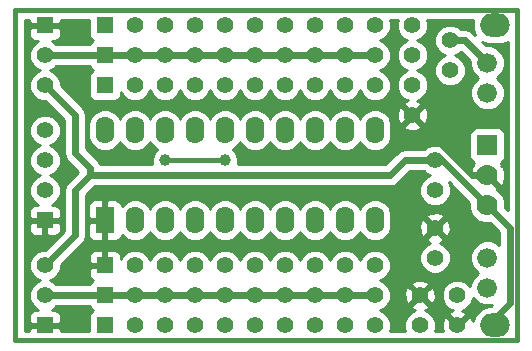
<source format=gtl>
G04 (created by PCBNEW-RS274X (2012-01-19 BZR 3256)-stable) date 1/3/2013 12:28:32 AM*
G01*
G70*
G90*
%MOIN*%
G04 Gerber Fmt 3.4, Leading zero omitted, Abs format*
%FSLAX34Y34*%
G04 APERTURE LIST*
%ADD10C,0.005900*%
%ADD11C,0.015000*%
%ADD12C,0.066000*%
%ADD13R,0.070000X0.070000*%
%ADD14C,0.070000*%
%ADD15O,0.098400X0.078700*%
%ADD16R,0.055000X0.055000*%
%ADD17C,0.055000*%
%ADD18R,0.062000X0.090000*%
%ADD19O,0.062000X0.090000*%
%ADD20C,0.039400*%
%ADD21C,0.024000*%
%ADD22C,0.016000*%
%ADD23C,0.010000*%
G04 APERTURE END LIST*
G54D10*
G54D11*
X23000Y-21500D02*
X39750Y-21500D01*
X39750Y-21500D02*
X39750Y-32500D01*
X23000Y-32500D02*
X23000Y-21500D01*
X39750Y-32500D02*
X23000Y-32500D01*
G54D12*
X38750Y-23250D03*
X38750Y-24250D03*
X38750Y-30750D03*
X38750Y-29750D03*
G54D13*
X38750Y-26000D03*
G54D14*
X38750Y-27000D03*
X38750Y-28000D03*
G54D15*
X39000Y-32000D03*
X39000Y-22000D03*
G54D16*
X24000Y-28500D03*
G54D17*
X24000Y-27500D03*
X24000Y-26500D03*
X24000Y-25500D03*
G54D16*
X24000Y-22000D03*
G54D17*
X24000Y-23000D03*
X24000Y-24000D03*
G54D16*
X24000Y-32000D03*
G54D17*
X24000Y-31000D03*
X24000Y-30000D03*
G54D16*
X26000Y-30000D03*
G54D17*
X27000Y-30000D03*
X28000Y-30000D03*
X29000Y-30000D03*
X30000Y-30000D03*
X31000Y-30000D03*
X32000Y-30000D03*
X33000Y-30000D03*
X34000Y-30000D03*
X35000Y-30000D03*
G54D16*
X26000Y-24000D03*
G54D17*
X27000Y-24000D03*
X28000Y-24000D03*
X29000Y-24000D03*
X30000Y-24000D03*
X31000Y-24000D03*
X32000Y-24000D03*
X33000Y-24000D03*
X34000Y-24000D03*
X35000Y-24000D03*
G54D16*
X26000Y-23000D03*
G54D17*
X27000Y-23000D03*
X28000Y-23000D03*
X29000Y-23000D03*
X30000Y-23000D03*
X31000Y-23000D03*
X32000Y-23000D03*
X33000Y-23000D03*
X34000Y-23000D03*
X35000Y-23000D03*
G54D16*
X26000Y-31000D03*
G54D17*
X27000Y-31000D03*
X28000Y-31000D03*
X29000Y-31000D03*
X30000Y-31000D03*
X31000Y-31000D03*
X32000Y-31000D03*
X33000Y-31000D03*
X34000Y-31000D03*
X35000Y-31000D03*
G54D16*
X26000Y-32000D03*
G54D17*
X27000Y-32000D03*
X28000Y-32000D03*
X29000Y-32000D03*
X30000Y-32000D03*
X31000Y-32000D03*
X32000Y-32000D03*
X33000Y-32000D03*
X34000Y-32000D03*
X35000Y-32000D03*
G54D16*
X26000Y-22000D03*
G54D17*
X27000Y-22000D03*
X28000Y-22000D03*
X29000Y-22000D03*
X30000Y-22000D03*
X31000Y-22000D03*
X32000Y-22000D03*
X33000Y-22000D03*
X34000Y-22000D03*
X35000Y-22000D03*
G54D18*
X26000Y-28500D03*
G54D19*
X27000Y-28500D03*
X28000Y-28500D03*
X29000Y-28500D03*
X30000Y-28500D03*
X31000Y-28500D03*
X32000Y-28500D03*
X33000Y-28500D03*
X34000Y-28500D03*
X35000Y-28500D03*
X35000Y-25500D03*
X34000Y-25500D03*
X33000Y-25500D03*
X32000Y-25500D03*
X31000Y-25500D03*
X30000Y-25500D03*
X29000Y-25500D03*
X28000Y-25500D03*
X27000Y-25500D03*
X26000Y-25500D03*
G54D17*
X36250Y-25000D03*
X36250Y-24000D03*
X37750Y-32000D03*
X37750Y-31000D03*
X37000Y-28750D03*
X37000Y-29750D03*
X37000Y-26500D03*
X37000Y-27500D03*
X37500Y-22500D03*
X37500Y-23500D03*
X36500Y-31000D03*
X36500Y-32000D03*
X36250Y-23000D03*
X36250Y-22000D03*
G54D20*
X30000Y-26500D03*
X28000Y-26500D03*
G54D21*
X38750Y-27000D02*
X38250Y-27000D01*
X38250Y-27000D02*
X36250Y-25000D01*
X25500Y-27000D02*
X25500Y-26750D01*
X25500Y-27000D02*
X25000Y-27500D01*
X25000Y-26250D02*
X25000Y-25000D01*
X37000Y-26500D02*
X37250Y-26500D01*
X37000Y-26500D02*
X36000Y-26500D01*
X39000Y-31750D02*
X39500Y-31250D01*
X25000Y-27500D02*
X25000Y-29000D01*
X37250Y-26500D02*
X38750Y-28000D01*
X25000Y-25000D02*
X24000Y-24000D01*
X39000Y-32000D02*
X39000Y-31750D01*
X39500Y-31250D02*
X39500Y-28750D01*
X35500Y-27000D02*
X25500Y-27000D01*
X25500Y-26750D02*
X25000Y-26250D01*
X36000Y-26500D02*
X35500Y-27000D01*
X25000Y-29000D02*
X24000Y-30000D01*
X39500Y-28750D02*
X38750Y-28000D01*
X32000Y-31000D02*
X33000Y-31000D01*
X31000Y-31000D02*
X32000Y-31000D01*
X34000Y-31000D02*
X35000Y-31000D01*
X26000Y-31000D02*
X27000Y-31000D01*
X29000Y-31000D02*
X30000Y-31000D01*
X24000Y-31000D02*
X26000Y-31000D01*
X30000Y-31000D02*
X31000Y-31000D01*
X28000Y-31000D02*
X29000Y-31000D01*
X27000Y-31000D02*
X28000Y-31000D01*
X33000Y-31000D02*
X34000Y-31000D01*
X28000Y-23000D02*
X29000Y-23000D01*
X31000Y-23000D02*
X32000Y-23000D01*
X32000Y-23000D02*
X33000Y-23000D01*
X30000Y-23000D02*
X31000Y-23000D01*
X26000Y-23000D02*
X27000Y-23000D01*
X24000Y-23000D02*
X26000Y-23000D01*
X34000Y-23000D02*
X35000Y-23000D01*
X33000Y-23000D02*
X34000Y-23000D01*
X27000Y-23000D02*
X28000Y-23000D01*
X29000Y-23000D02*
X30000Y-23000D01*
G54D22*
X28000Y-26500D02*
X30000Y-26500D01*
G54D21*
X38000Y-22500D02*
X38750Y-23250D01*
X37500Y-22500D02*
X38000Y-22500D01*
G54D10*
G36*
X25617Y-31500D02*
X25584Y-31514D01*
X25514Y-31584D01*
X25476Y-31675D01*
X25476Y-31774D01*
X25476Y-32175D01*
X24524Y-32175D01*
X24525Y-32112D01*
X24463Y-32050D01*
X24100Y-32050D01*
X24050Y-32050D01*
X23950Y-32050D01*
X23900Y-32050D01*
X23537Y-32050D01*
X23475Y-32112D01*
X23475Y-32175D01*
X23325Y-32175D01*
X23325Y-21825D01*
X23475Y-21825D01*
X23475Y-21888D01*
X23537Y-21950D01*
X23900Y-21950D01*
X23950Y-21950D01*
X24050Y-21950D01*
X24100Y-21950D01*
X24463Y-21950D01*
X24525Y-21888D01*
X24524Y-21825D01*
X25476Y-21825D01*
X25476Y-22324D01*
X25514Y-22416D01*
X25584Y-22486D01*
X25617Y-22500D01*
X25584Y-22514D01*
X25514Y-22584D01*
X25494Y-22630D01*
X24372Y-22630D01*
X24298Y-22555D01*
X24223Y-22524D01*
X24226Y-22524D01*
X24325Y-22524D01*
X24416Y-22486D01*
X24486Y-22416D01*
X24524Y-22324D01*
X24525Y-22112D01*
X24463Y-22050D01*
X24100Y-22050D01*
X24050Y-22050D01*
X23950Y-22050D01*
X23900Y-22050D01*
X23537Y-22050D01*
X23475Y-22112D01*
X23476Y-22324D01*
X23514Y-22416D01*
X23584Y-22486D01*
X23675Y-22524D01*
X23774Y-22524D01*
X23703Y-22555D01*
X23555Y-22702D01*
X23475Y-22895D01*
X23475Y-23104D01*
X23555Y-23297D01*
X23702Y-23445D01*
X23835Y-23500D01*
X23703Y-23555D01*
X23555Y-23702D01*
X23475Y-23895D01*
X23475Y-24104D01*
X23555Y-24297D01*
X23702Y-24445D01*
X23895Y-24525D01*
X24001Y-24525D01*
X24630Y-25153D01*
X24630Y-26245D01*
X24629Y-26250D01*
X24653Y-26367D01*
X24658Y-26392D01*
X24738Y-26512D01*
X25101Y-26875D01*
X24738Y-27238D01*
X24658Y-27358D01*
X24653Y-27382D01*
X24629Y-27500D01*
X24630Y-27504D01*
X24630Y-28846D01*
X24525Y-28951D01*
X24525Y-28612D01*
X24525Y-28388D01*
X24524Y-28176D01*
X24486Y-28084D01*
X24416Y-28014D01*
X24325Y-27976D01*
X24226Y-27976D01*
X24222Y-27975D01*
X24297Y-27945D01*
X24445Y-27798D01*
X24525Y-27605D01*
X24525Y-27396D01*
X24445Y-27203D01*
X24298Y-27055D01*
X24164Y-26999D01*
X24297Y-26945D01*
X24445Y-26798D01*
X24525Y-26605D01*
X24525Y-26396D01*
X24445Y-26203D01*
X24298Y-26055D01*
X24164Y-25999D01*
X24297Y-25945D01*
X24445Y-25798D01*
X24525Y-25605D01*
X24525Y-25396D01*
X24445Y-25203D01*
X24298Y-25055D01*
X24105Y-24975D01*
X23896Y-24975D01*
X23703Y-25055D01*
X23555Y-25202D01*
X23475Y-25395D01*
X23475Y-25604D01*
X23555Y-25797D01*
X23702Y-25945D01*
X23835Y-26000D01*
X23703Y-26055D01*
X23555Y-26202D01*
X23475Y-26395D01*
X23475Y-26604D01*
X23555Y-26797D01*
X23702Y-26945D01*
X23835Y-27000D01*
X23703Y-27055D01*
X23555Y-27202D01*
X23475Y-27395D01*
X23475Y-27604D01*
X23555Y-27797D01*
X23702Y-27945D01*
X23776Y-27975D01*
X23774Y-27976D01*
X23675Y-27976D01*
X23584Y-28014D01*
X23514Y-28084D01*
X23476Y-28176D01*
X23475Y-28388D01*
X23537Y-28450D01*
X23900Y-28450D01*
X23950Y-28450D01*
X24050Y-28450D01*
X24100Y-28450D01*
X24463Y-28450D01*
X24525Y-28388D01*
X24525Y-28612D01*
X24463Y-28550D01*
X24050Y-28550D01*
X24050Y-28963D01*
X24112Y-29025D01*
X24226Y-29024D01*
X24325Y-29024D01*
X24416Y-28986D01*
X24486Y-28916D01*
X24524Y-28824D01*
X24525Y-28612D01*
X24525Y-28951D01*
X24001Y-29475D01*
X23950Y-29475D01*
X23950Y-28963D01*
X23950Y-28550D01*
X23537Y-28550D01*
X23475Y-28612D01*
X23476Y-28824D01*
X23514Y-28916D01*
X23584Y-28986D01*
X23675Y-29024D01*
X23774Y-29024D01*
X23888Y-29025D01*
X23950Y-28963D01*
X23950Y-29475D01*
X23896Y-29475D01*
X23703Y-29555D01*
X23555Y-29702D01*
X23475Y-29895D01*
X23475Y-30104D01*
X23555Y-30297D01*
X23702Y-30445D01*
X23835Y-30500D01*
X23703Y-30555D01*
X23555Y-30702D01*
X23475Y-30895D01*
X23475Y-31104D01*
X23555Y-31297D01*
X23702Y-31445D01*
X23776Y-31475D01*
X23774Y-31476D01*
X23675Y-31476D01*
X23584Y-31514D01*
X23514Y-31584D01*
X23476Y-31676D01*
X23475Y-31888D01*
X23537Y-31950D01*
X23900Y-31950D01*
X23950Y-31950D01*
X24050Y-31950D01*
X24100Y-31950D01*
X24463Y-31950D01*
X24525Y-31888D01*
X24524Y-31676D01*
X24486Y-31584D01*
X24416Y-31514D01*
X24325Y-31476D01*
X24226Y-31476D01*
X24222Y-31475D01*
X24297Y-31445D01*
X24372Y-31370D01*
X25495Y-31370D01*
X25514Y-31416D01*
X25584Y-31486D01*
X25617Y-31500D01*
X25617Y-31500D01*
G37*
G54D23*
X25617Y-31500D02*
X25584Y-31514D01*
X25514Y-31584D01*
X25476Y-31675D01*
X25476Y-31774D01*
X25476Y-32175D01*
X24524Y-32175D01*
X24525Y-32112D01*
X24463Y-32050D01*
X24100Y-32050D01*
X24050Y-32050D01*
X23950Y-32050D01*
X23900Y-32050D01*
X23537Y-32050D01*
X23475Y-32112D01*
X23475Y-32175D01*
X23325Y-32175D01*
X23325Y-21825D01*
X23475Y-21825D01*
X23475Y-21888D01*
X23537Y-21950D01*
X23900Y-21950D01*
X23950Y-21950D01*
X24050Y-21950D01*
X24100Y-21950D01*
X24463Y-21950D01*
X24525Y-21888D01*
X24524Y-21825D01*
X25476Y-21825D01*
X25476Y-22324D01*
X25514Y-22416D01*
X25584Y-22486D01*
X25617Y-22500D01*
X25584Y-22514D01*
X25514Y-22584D01*
X25494Y-22630D01*
X24372Y-22630D01*
X24298Y-22555D01*
X24223Y-22524D01*
X24226Y-22524D01*
X24325Y-22524D01*
X24416Y-22486D01*
X24486Y-22416D01*
X24524Y-22324D01*
X24525Y-22112D01*
X24463Y-22050D01*
X24100Y-22050D01*
X24050Y-22050D01*
X23950Y-22050D01*
X23900Y-22050D01*
X23537Y-22050D01*
X23475Y-22112D01*
X23476Y-22324D01*
X23514Y-22416D01*
X23584Y-22486D01*
X23675Y-22524D01*
X23774Y-22524D01*
X23703Y-22555D01*
X23555Y-22702D01*
X23475Y-22895D01*
X23475Y-23104D01*
X23555Y-23297D01*
X23702Y-23445D01*
X23835Y-23500D01*
X23703Y-23555D01*
X23555Y-23702D01*
X23475Y-23895D01*
X23475Y-24104D01*
X23555Y-24297D01*
X23702Y-24445D01*
X23895Y-24525D01*
X24001Y-24525D01*
X24630Y-25153D01*
X24630Y-26245D01*
X24629Y-26250D01*
X24653Y-26367D01*
X24658Y-26392D01*
X24738Y-26512D01*
X25101Y-26875D01*
X24738Y-27238D01*
X24658Y-27358D01*
X24653Y-27382D01*
X24629Y-27500D01*
X24630Y-27504D01*
X24630Y-28846D01*
X24525Y-28951D01*
X24525Y-28612D01*
X24525Y-28388D01*
X24524Y-28176D01*
X24486Y-28084D01*
X24416Y-28014D01*
X24325Y-27976D01*
X24226Y-27976D01*
X24222Y-27975D01*
X24297Y-27945D01*
X24445Y-27798D01*
X24525Y-27605D01*
X24525Y-27396D01*
X24445Y-27203D01*
X24298Y-27055D01*
X24164Y-26999D01*
X24297Y-26945D01*
X24445Y-26798D01*
X24525Y-26605D01*
X24525Y-26396D01*
X24445Y-26203D01*
X24298Y-26055D01*
X24164Y-25999D01*
X24297Y-25945D01*
X24445Y-25798D01*
X24525Y-25605D01*
X24525Y-25396D01*
X24445Y-25203D01*
X24298Y-25055D01*
X24105Y-24975D01*
X23896Y-24975D01*
X23703Y-25055D01*
X23555Y-25202D01*
X23475Y-25395D01*
X23475Y-25604D01*
X23555Y-25797D01*
X23702Y-25945D01*
X23835Y-26000D01*
X23703Y-26055D01*
X23555Y-26202D01*
X23475Y-26395D01*
X23475Y-26604D01*
X23555Y-26797D01*
X23702Y-26945D01*
X23835Y-27000D01*
X23703Y-27055D01*
X23555Y-27202D01*
X23475Y-27395D01*
X23475Y-27604D01*
X23555Y-27797D01*
X23702Y-27945D01*
X23776Y-27975D01*
X23774Y-27976D01*
X23675Y-27976D01*
X23584Y-28014D01*
X23514Y-28084D01*
X23476Y-28176D01*
X23475Y-28388D01*
X23537Y-28450D01*
X23900Y-28450D01*
X23950Y-28450D01*
X24050Y-28450D01*
X24100Y-28450D01*
X24463Y-28450D01*
X24525Y-28388D01*
X24525Y-28612D01*
X24463Y-28550D01*
X24050Y-28550D01*
X24050Y-28963D01*
X24112Y-29025D01*
X24226Y-29024D01*
X24325Y-29024D01*
X24416Y-28986D01*
X24486Y-28916D01*
X24524Y-28824D01*
X24525Y-28612D01*
X24525Y-28951D01*
X24001Y-29475D01*
X23950Y-29475D01*
X23950Y-28963D01*
X23950Y-28550D01*
X23537Y-28550D01*
X23475Y-28612D01*
X23476Y-28824D01*
X23514Y-28916D01*
X23584Y-28986D01*
X23675Y-29024D01*
X23774Y-29024D01*
X23888Y-29025D01*
X23950Y-28963D01*
X23950Y-29475D01*
X23896Y-29475D01*
X23703Y-29555D01*
X23555Y-29702D01*
X23475Y-29895D01*
X23475Y-30104D01*
X23555Y-30297D01*
X23702Y-30445D01*
X23835Y-30500D01*
X23703Y-30555D01*
X23555Y-30702D01*
X23475Y-30895D01*
X23475Y-31104D01*
X23555Y-31297D01*
X23702Y-31445D01*
X23776Y-31475D01*
X23774Y-31476D01*
X23675Y-31476D01*
X23584Y-31514D01*
X23514Y-31584D01*
X23476Y-31676D01*
X23475Y-31888D01*
X23537Y-31950D01*
X23900Y-31950D01*
X23950Y-31950D01*
X24050Y-31950D01*
X24100Y-31950D01*
X24463Y-31950D01*
X24525Y-31888D01*
X24524Y-31676D01*
X24486Y-31584D01*
X24416Y-31514D01*
X24325Y-31476D01*
X24226Y-31476D01*
X24222Y-31475D01*
X24297Y-31445D01*
X24372Y-31370D01*
X25495Y-31370D01*
X25514Y-31416D01*
X25584Y-31486D01*
X25617Y-31500D01*
G54D10*
G36*
X39130Y-29310D02*
X39079Y-29259D01*
X38866Y-29170D01*
X38635Y-29170D01*
X38422Y-29258D01*
X38259Y-29421D01*
X38170Y-29634D01*
X38170Y-29865D01*
X38258Y-30078D01*
X38421Y-30241D01*
X38441Y-30249D01*
X38422Y-30258D01*
X38259Y-30421D01*
X38170Y-30634D01*
X38170Y-30677D01*
X38048Y-30555D01*
X37855Y-30475D01*
X37646Y-30475D01*
X37525Y-30525D01*
X37525Y-29855D01*
X37525Y-29646D01*
X37519Y-29631D01*
X37519Y-28824D01*
X37508Y-28620D01*
X37452Y-28483D01*
X37361Y-28460D01*
X37290Y-28531D01*
X37290Y-28389D01*
X37267Y-28298D01*
X37074Y-28231D01*
X36870Y-28242D01*
X36733Y-28298D01*
X36710Y-28389D01*
X37000Y-28679D01*
X37290Y-28389D01*
X37290Y-28531D01*
X37071Y-28750D01*
X37361Y-29040D01*
X37452Y-29017D01*
X37519Y-28824D01*
X37519Y-29631D01*
X37445Y-29453D01*
X37298Y-29305D01*
X37157Y-29246D01*
X37267Y-29202D01*
X37290Y-29111D01*
X37000Y-28821D01*
X36929Y-28892D01*
X36929Y-28750D01*
X36639Y-28460D01*
X36548Y-28483D01*
X36481Y-28676D01*
X36492Y-28880D01*
X36548Y-29017D01*
X36639Y-29040D01*
X36929Y-28750D01*
X36929Y-28892D01*
X36710Y-29111D01*
X36733Y-29202D01*
X36851Y-29243D01*
X36703Y-29305D01*
X36555Y-29452D01*
X36475Y-29645D01*
X36475Y-29854D01*
X36555Y-30047D01*
X36702Y-30195D01*
X36895Y-30275D01*
X37104Y-30275D01*
X37297Y-30195D01*
X37445Y-30048D01*
X37525Y-29855D01*
X37525Y-30525D01*
X37453Y-30555D01*
X37305Y-30702D01*
X37225Y-30895D01*
X37225Y-31104D01*
X37305Y-31297D01*
X37452Y-31445D01*
X37592Y-31503D01*
X37483Y-31548D01*
X37460Y-31639D01*
X37750Y-31929D01*
X38040Y-31639D01*
X38017Y-31548D01*
X37898Y-31506D01*
X38047Y-31445D01*
X38195Y-31298D01*
X38275Y-31105D01*
X38275Y-31095D01*
X38421Y-31241D01*
X38634Y-31330D01*
X38865Y-31330D01*
X38917Y-31308D01*
X38857Y-31369D01*
X38762Y-31369D01*
X38530Y-31465D01*
X38352Y-31642D01*
X38257Y-31869D01*
X38202Y-31733D01*
X38111Y-31710D01*
X37856Y-31965D01*
X37821Y-32000D01*
X37750Y-32071D01*
X37679Y-32000D01*
X37644Y-31965D01*
X37389Y-31710D01*
X37298Y-31733D01*
X37231Y-31926D01*
X37242Y-32130D01*
X37260Y-32175D01*
X36995Y-32175D01*
X37025Y-32105D01*
X37025Y-31896D01*
X37019Y-31881D01*
X37019Y-31074D01*
X37008Y-30870D01*
X36952Y-30733D01*
X36861Y-30710D01*
X36790Y-30781D01*
X36790Y-30639D01*
X36767Y-30548D01*
X36574Y-30481D01*
X36370Y-30492D01*
X36233Y-30548D01*
X36210Y-30639D01*
X36500Y-30929D01*
X36790Y-30639D01*
X36790Y-30781D01*
X36571Y-31000D01*
X36861Y-31290D01*
X36952Y-31267D01*
X37019Y-31074D01*
X37019Y-31881D01*
X36945Y-31703D01*
X36798Y-31555D01*
X36657Y-31496D01*
X36767Y-31452D01*
X36790Y-31361D01*
X36500Y-31071D01*
X36429Y-31142D01*
X36429Y-31000D01*
X36139Y-30710D01*
X36048Y-30733D01*
X35981Y-30926D01*
X35992Y-31130D01*
X36048Y-31267D01*
X36139Y-31290D01*
X36429Y-31000D01*
X36429Y-31142D01*
X36210Y-31361D01*
X36233Y-31452D01*
X36351Y-31493D01*
X36203Y-31555D01*
X36055Y-31702D01*
X35975Y-31895D01*
X35975Y-32104D01*
X36004Y-32175D01*
X35549Y-32175D01*
X35549Y-28762D01*
X35549Y-28544D01*
X35549Y-28238D01*
X35465Y-28036D01*
X35311Y-27882D01*
X35109Y-27798D01*
X34891Y-27798D01*
X34689Y-27882D01*
X34535Y-28036D01*
X34500Y-28120D01*
X34465Y-28036D01*
X34311Y-27882D01*
X34109Y-27798D01*
X33891Y-27798D01*
X33689Y-27882D01*
X33535Y-28036D01*
X33500Y-28120D01*
X33465Y-28036D01*
X33311Y-27882D01*
X33109Y-27798D01*
X32891Y-27798D01*
X32689Y-27882D01*
X32535Y-28036D01*
X32500Y-28120D01*
X32465Y-28036D01*
X32311Y-27882D01*
X32109Y-27798D01*
X31891Y-27798D01*
X31689Y-27882D01*
X31535Y-28036D01*
X31500Y-28120D01*
X31465Y-28036D01*
X31311Y-27882D01*
X31109Y-27798D01*
X30891Y-27798D01*
X30689Y-27882D01*
X30535Y-28036D01*
X30500Y-28120D01*
X30465Y-28036D01*
X30311Y-27882D01*
X30109Y-27798D01*
X29891Y-27798D01*
X29689Y-27882D01*
X29535Y-28036D01*
X29500Y-28120D01*
X29465Y-28036D01*
X29311Y-27882D01*
X29109Y-27798D01*
X28891Y-27798D01*
X28689Y-27882D01*
X28535Y-28036D01*
X28500Y-28120D01*
X28465Y-28036D01*
X28311Y-27882D01*
X28109Y-27798D01*
X27891Y-27798D01*
X27689Y-27882D01*
X27535Y-28036D01*
X27500Y-28120D01*
X27465Y-28036D01*
X27311Y-27882D01*
X27109Y-27798D01*
X26891Y-27798D01*
X26689Y-27882D01*
X26559Y-28012D01*
X26559Y-28000D01*
X26521Y-27909D01*
X26451Y-27839D01*
X26359Y-27801D01*
X26112Y-27800D01*
X26050Y-27862D01*
X26050Y-28400D01*
X26050Y-28450D01*
X26050Y-28550D01*
X26050Y-28600D01*
X26050Y-29138D01*
X26112Y-29200D01*
X26359Y-29199D01*
X26451Y-29161D01*
X26521Y-29091D01*
X26559Y-29000D01*
X26559Y-28988D01*
X26689Y-29118D01*
X26891Y-29202D01*
X27109Y-29202D01*
X27311Y-29118D01*
X27465Y-28964D01*
X27500Y-28879D01*
X27535Y-28964D01*
X27689Y-29118D01*
X27891Y-29202D01*
X28109Y-29202D01*
X28311Y-29118D01*
X28465Y-28964D01*
X28500Y-28879D01*
X28535Y-28964D01*
X28689Y-29118D01*
X28891Y-29202D01*
X29109Y-29202D01*
X29311Y-29118D01*
X29465Y-28964D01*
X29500Y-28879D01*
X29535Y-28964D01*
X29689Y-29118D01*
X29891Y-29202D01*
X30109Y-29202D01*
X30311Y-29118D01*
X30465Y-28964D01*
X30500Y-28879D01*
X30535Y-28964D01*
X30689Y-29118D01*
X30891Y-29202D01*
X31109Y-29202D01*
X31311Y-29118D01*
X31465Y-28964D01*
X31500Y-28879D01*
X31535Y-28964D01*
X31689Y-29118D01*
X31891Y-29202D01*
X32109Y-29202D01*
X32311Y-29118D01*
X32465Y-28964D01*
X32500Y-28879D01*
X32535Y-28964D01*
X32689Y-29118D01*
X32891Y-29202D01*
X33109Y-29202D01*
X33311Y-29118D01*
X33465Y-28964D01*
X33500Y-28879D01*
X33535Y-28964D01*
X33689Y-29118D01*
X33891Y-29202D01*
X34109Y-29202D01*
X34311Y-29118D01*
X34465Y-28964D01*
X34500Y-28879D01*
X34535Y-28964D01*
X34689Y-29118D01*
X34891Y-29202D01*
X35109Y-29202D01*
X35311Y-29118D01*
X35465Y-28964D01*
X35549Y-28762D01*
X35549Y-32175D01*
X35495Y-32175D01*
X35525Y-32105D01*
X35525Y-31896D01*
X35445Y-31703D01*
X35298Y-31555D01*
X35164Y-31499D01*
X35297Y-31445D01*
X35445Y-31298D01*
X35525Y-31105D01*
X35525Y-30896D01*
X35445Y-30703D01*
X35298Y-30555D01*
X35164Y-30499D01*
X35297Y-30445D01*
X35445Y-30298D01*
X35525Y-30105D01*
X35525Y-29896D01*
X35445Y-29703D01*
X35298Y-29555D01*
X35105Y-29475D01*
X34896Y-29475D01*
X34703Y-29555D01*
X34555Y-29702D01*
X34499Y-29835D01*
X34445Y-29703D01*
X34298Y-29555D01*
X34105Y-29475D01*
X33896Y-29475D01*
X33703Y-29555D01*
X33555Y-29702D01*
X33499Y-29835D01*
X33445Y-29703D01*
X33298Y-29555D01*
X33105Y-29475D01*
X32896Y-29475D01*
X32703Y-29555D01*
X32555Y-29702D01*
X32499Y-29835D01*
X32445Y-29703D01*
X32298Y-29555D01*
X32105Y-29475D01*
X31896Y-29475D01*
X31703Y-29555D01*
X31555Y-29702D01*
X31499Y-29835D01*
X31445Y-29703D01*
X31298Y-29555D01*
X31105Y-29475D01*
X30896Y-29475D01*
X30703Y-29555D01*
X30555Y-29702D01*
X30499Y-29835D01*
X30445Y-29703D01*
X30298Y-29555D01*
X30105Y-29475D01*
X29896Y-29475D01*
X29703Y-29555D01*
X29555Y-29702D01*
X29499Y-29835D01*
X29445Y-29703D01*
X29298Y-29555D01*
X29105Y-29475D01*
X28896Y-29475D01*
X28703Y-29555D01*
X28555Y-29702D01*
X28499Y-29835D01*
X28445Y-29703D01*
X28298Y-29555D01*
X28105Y-29475D01*
X27896Y-29475D01*
X27703Y-29555D01*
X27555Y-29702D01*
X27499Y-29835D01*
X27445Y-29703D01*
X27298Y-29555D01*
X27105Y-29475D01*
X26896Y-29475D01*
X26703Y-29555D01*
X26555Y-29702D01*
X26524Y-29774D01*
X26524Y-29675D01*
X26486Y-29584D01*
X26416Y-29514D01*
X26324Y-29476D01*
X26112Y-29475D01*
X26050Y-29537D01*
X26050Y-29900D01*
X26050Y-29950D01*
X26050Y-30050D01*
X25950Y-30050D01*
X25950Y-29950D01*
X25950Y-29537D01*
X25950Y-29138D01*
X25950Y-28550D01*
X25950Y-28450D01*
X25950Y-27862D01*
X25888Y-27800D01*
X25641Y-27801D01*
X25549Y-27839D01*
X25479Y-27909D01*
X25441Y-28000D01*
X25441Y-28099D01*
X25440Y-28388D01*
X25502Y-28450D01*
X25950Y-28450D01*
X25950Y-28550D01*
X25502Y-28550D01*
X25440Y-28612D01*
X25441Y-28901D01*
X25441Y-29000D01*
X25479Y-29091D01*
X25549Y-29161D01*
X25641Y-29199D01*
X25888Y-29200D01*
X25950Y-29138D01*
X25950Y-29537D01*
X25888Y-29475D01*
X25676Y-29476D01*
X25584Y-29514D01*
X25514Y-29584D01*
X25476Y-29675D01*
X25476Y-29774D01*
X25475Y-29888D01*
X25537Y-29950D01*
X25950Y-29950D01*
X25950Y-30050D01*
X25900Y-30050D01*
X25537Y-30050D01*
X25475Y-30112D01*
X25476Y-30226D01*
X25476Y-30325D01*
X25514Y-30416D01*
X25584Y-30486D01*
X25617Y-30500D01*
X25584Y-30514D01*
X25514Y-30584D01*
X25494Y-30630D01*
X24372Y-30630D01*
X24298Y-30555D01*
X24164Y-30499D01*
X24297Y-30445D01*
X24445Y-30298D01*
X24525Y-30105D01*
X24525Y-29998D01*
X25259Y-29263D01*
X25261Y-29262D01*
X25262Y-29262D01*
X25342Y-29142D01*
X25370Y-29000D01*
X25370Y-27654D01*
X25654Y-27370D01*
X35495Y-27370D01*
X35500Y-27371D01*
X35500Y-27370D01*
X35617Y-27346D01*
X35641Y-27342D01*
X35642Y-27342D01*
X35762Y-27262D01*
X36154Y-26870D01*
X36627Y-26870D01*
X36702Y-26945D01*
X36835Y-27000D01*
X36703Y-27055D01*
X36555Y-27202D01*
X36475Y-27395D01*
X36475Y-27604D01*
X36555Y-27797D01*
X36702Y-27945D01*
X36895Y-28025D01*
X37104Y-28025D01*
X37297Y-27945D01*
X37445Y-27798D01*
X37525Y-27605D01*
X37525Y-27396D01*
X37456Y-27229D01*
X38151Y-27924D01*
X38151Y-28119D01*
X38242Y-28339D01*
X38411Y-28508D01*
X38631Y-28599D01*
X38825Y-28599D01*
X39130Y-28903D01*
X39130Y-29310D01*
X39130Y-29310D01*
G37*
G54D23*
X39130Y-29310D02*
X39079Y-29259D01*
X38866Y-29170D01*
X38635Y-29170D01*
X38422Y-29258D01*
X38259Y-29421D01*
X38170Y-29634D01*
X38170Y-29865D01*
X38258Y-30078D01*
X38421Y-30241D01*
X38441Y-30249D01*
X38422Y-30258D01*
X38259Y-30421D01*
X38170Y-30634D01*
X38170Y-30677D01*
X38048Y-30555D01*
X37855Y-30475D01*
X37646Y-30475D01*
X37525Y-30525D01*
X37525Y-29855D01*
X37525Y-29646D01*
X37519Y-29631D01*
X37519Y-28824D01*
X37508Y-28620D01*
X37452Y-28483D01*
X37361Y-28460D01*
X37290Y-28531D01*
X37290Y-28389D01*
X37267Y-28298D01*
X37074Y-28231D01*
X36870Y-28242D01*
X36733Y-28298D01*
X36710Y-28389D01*
X37000Y-28679D01*
X37290Y-28389D01*
X37290Y-28531D01*
X37071Y-28750D01*
X37361Y-29040D01*
X37452Y-29017D01*
X37519Y-28824D01*
X37519Y-29631D01*
X37445Y-29453D01*
X37298Y-29305D01*
X37157Y-29246D01*
X37267Y-29202D01*
X37290Y-29111D01*
X37000Y-28821D01*
X36929Y-28892D01*
X36929Y-28750D01*
X36639Y-28460D01*
X36548Y-28483D01*
X36481Y-28676D01*
X36492Y-28880D01*
X36548Y-29017D01*
X36639Y-29040D01*
X36929Y-28750D01*
X36929Y-28892D01*
X36710Y-29111D01*
X36733Y-29202D01*
X36851Y-29243D01*
X36703Y-29305D01*
X36555Y-29452D01*
X36475Y-29645D01*
X36475Y-29854D01*
X36555Y-30047D01*
X36702Y-30195D01*
X36895Y-30275D01*
X37104Y-30275D01*
X37297Y-30195D01*
X37445Y-30048D01*
X37525Y-29855D01*
X37525Y-30525D01*
X37453Y-30555D01*
X37305Y-30702D01*
X37225Y-30895D01*
X37225Y-31104D01*
X37305Y-31297D01*
X37452Y-31445D01*
X37592Y-31503D01*
X37483Y-31548D01*
X37460Y-31639D01*
X37750Y-31929D01*
X38040Y-31639D01*
X38017Y-31548D01*
X37898Y-31506D01*
X38047Y-31445D01*
X38195Y-31298D01*
X38275Y-31105D01*
X38275Y-31095D01*
X38421Y-31241D01*
X38634Y-31330D01*
X38865Y-31330D01*
X38917Y-31308D01*
X38857Y-31369D01*
X38762Y-31369D01*
X38530Y-31465D01*
X38352Y-31642D01*
X38257Y-31869D01*
X38202Y-31733D01*
X38111Y-31710D01*
X37856Y-31965D01*
X37821Y-32000D01*
X37750Y-32071D01*
X37679Y-32000D01*
X37644Y-31965D01*
X37389Y-31710D01*
X37298Y-31733D01*
X37231Y-31926D01*
X37242Y-32130D01*
X37260Y-32175D01*
X36995Y-32175D01*
X37025Y-32105D01*
X37025Y-31896D01*
X37019Y-31881D01*
X37019Y-31074D01*
X37008Y-30870D01*
X36952Y-30733D01*
X36861Y-30710D01*
X36790Y-30781D01*
X36790Y-30639D01*
X36767Y-30548D01*
X36574Y-30481D01*
X36370Y-30492D01*
X36233Y-30548D01*
X36210Y-30639D01*
X36500Y-30929D01*
X36790Y-30639D01*
X36790Y-30781D01*
X36571Y-31000D01*
X36861Y-31290D01*
X36952Y-31267D01*
X37019Y-31074D01*
X37019Y-31881D01*
X36945Y-31703D01*
X36798Y-31555D01*
X36657Y-31496D01*
X36767Y-31452D01*
X36790Y-31361D01*
X36500Y-31071D01*
X36429Y-31142D01*
X36429Y-31000D01*
X36139Y-30710D01*
X36048Y-30733D01*
X35981Y-30926D01*
X35992Y-31130D01*
X36048Y-31267D01*
X36139Y-31290D01*
X36429Y-31000D01*
X36429Y-31142D01*
X36210Y-31361D01*
X36233Y-31452D01*
X36351Y-31493D01*
X36203Y-31555D01*
X36055Y-31702D01*
X35975Y-31895D01*
X35975Y-32104D01*
X36004Y-32175D01*
X35549Y-32175D01*
X35549Y-28762D01*
X35549Y-28544D01*
X35549Y-28238D01*
X35465Y-28036D01*
X35311Y-27882D01*
X35109Y-27798D01*
X34891Y-27798D01*
X34689Y-27882D01*
X34535Y-28036D01*
X34500Y-28120D01*
X34465Y-28036D01*
X34311Y-27882D01*
X34109Y-27798D01*
X33891Y-27798D01*
X33689Y-27882D01*
X33535Y-28036D01*
X33500Y-28120D01*
X33465Y-28036D01*
X33311Y-27882D01*
X33109Y-27798D01*
X32891Y-27798D01*
X32689Y-27882D01*
X32535Y-28036D01*
X32500Y-28120D01*
X32465Y-28036D01*
X32311Y-27882D01*
X32109Y-27798D01*
X31891Y-27798D01*
X31689Y-27882D01*
X31535Y-28036D01*
X31500Y-28120D01*
X31465Y-28036D01*
X31311Y-27882D01*
X31109Y-27798D01*
X30891Y-27798D01*
X30689Y-27882D01*
X30535Y-28036D01*
X30500Y-28120D01*
X30465Y-28036D01*
X30311Y-27882D01*
X30109Y-27798D01*
X29891Y-27798D01*
X29689Y-27882D01*
X29535Y-28036D01*
X29500Y-28120D01*
X29465Y-28036D01*
X29311Y-27882D01*
X29109Y-27798D01*
X28891Y-27798D01*
X28689Y-27882D01*
X28535Y-28036D01*
X28500Y-28120D01*
X28465Y-28036D01*
X28311Y-27882D01*
X28109Y-27798D01*
X27891Y-27798D01*
X27689Y-27882D01*
X27535Y-28036D01*
X27500Y-28120D01*
X27465Y-28036D01*
X27311Y-27882D01*
X27109Y-27798D01*
X26891Y-27798D01*
X26689Y-27882D01*
X26559Y-28012D01*
X26559Y-28000D01*
X26521Y-27909D01*
X26451Y-27839D01*
X26359Y-27801D01*
X26112Y-27800D01*
X26050Y-27862D01*
X26050Y-28400D01*
X26050Y-28450D01*
X26050Y-28550D01*
X26050Y-28600D01*
X26050Y-29138D01*
X26112Y-29200D01*
X26359Y-29199D01*
X26451Y-29161D01*
X26521Y-29091D01*
X26559Y-29000D01*
X26559Y-28988D01*
X26689Y-29118D01*
X26891Y-29202D01*
X27109Y-29202D01*
X27311Y-29118D01*
X27465Y-28964D01*
X27500Y-28879D01*
X27535Y-28964D01*
X27689Y-29118D01*
X27891Y-29202D01*
X28109Y-29202D01*
X28311Y-29118D01*
X28465Y-28964D01*
X28500Y-28879D01*
X28535Y-28964D01*
X28689Y-29118D01*
X28891Y-29202D01*
X29109Y-29202D01*
X29311Y-29118D01*
X29465Y-28964D01*
X29500Y-28879D01*
X29535Y-28964D01*
X29689Y-29118D01*
X29891Y-29202D01*
X30109Y-29202D01*
X30311Y-29118D01*
X30465Y-28964D01*
X30500Y-28879D01*
X30535Y-28964D01*
X30689Y-29118D01*
X30891Y-29202D01*
X31109Y-29202D01*
X31311Y-29118D01*
X31465Y-28964D01*
X31500Y-28879D01*
X31535Y-28964D01*
X31689Y-29118D01*
X31891Y-29202D01*
X32109Y-29202D01*
X32311Y-29118D01*
X32465Y-28964D01*
X32500Y-28879D01*
X32535Y-28964D01*
X32689Y-29118D01*
X32891Y-29202D01*
X33109Y-29202D01*
X33311Y-29118D01*
X33465Y-28964D01*
X33500Y-28879D01*
X33535Y-28964D01*
X33689Y-29118D01*
X33891Y-29202D01*
X34109Y-29202D01*
X34311Y-29118D01*
X34465Y-28964D01*
X34500Y-28879D01*
X34535Y-28964D01*
X34689Y-29118D01*
X34891Y-29202D01*
X35109Y-29202D01*
X35311Y-29118D01*
X35465Y-28964D01*
X35549Y-28762D01*
X35549Y-32175D01*
X35495Y-32175D01*
X35525Y-32105D01*
X35525Y-31896D01*
X35445Y-31703D01*
X35298Y-31555D01*
X35164Y-31499D01*
X35297Y-31445D01*
X35445Y-31298D01*
X35525Y-31105D01*
X35525Y-30896D01*
X35445Y-30703D01*
X35298Y-30555D01*
X35164Y-30499D01*
X35297Y-30445D01*
X35445Y-30298D01*
X35525Y-30105D01*
X35525Y-29896D01*
X35445Y-29703D01*
X35298Y-29555D01*
X35105Y-29475D01*
X34896Y-29475D01*
X34703Y-29555D01*
X34555Y-29702D01*
X34499Y-29835D01*
X34445Y-29703D01*
X34298Y-29555D01*
X34105Y-29475D01*
X33896Y-29475D01*
X33703Y-29555D01*
X33555Y-29702D01*
X33499Y-29835D01*
X33445Y-29703D01*
X33298Y-29555D01*
X33105Y-29475D01*
X32896Y-29475D01*
X32703Y-29555D01*
X32555Y-29702D01*
X32499Y-29835D01*
X32445Y-29703D01*
X32298Y-29555D01*
X32105Y-29475D01*
X31896Y-29475D01*
X31703Y-29555D01*
X31555Y-29702D01*
X31499Y-29835D01*
X31445Y-29703D01*
X31298Y-29555D01*
X31105Y-29475D01*
X30896Y-29475D01*
X30703Y-29555D01*
X30555Y-29702D01*
X30499Y-29835D01*
X30445Y-29703D01*
X30298Y-29555D01*
X30105Y-29475D01*
X29896Y-29475D01*
X29703Y-29555D01*
X29555Y-29702D01*
X29499Y-29835D01*
X29445Y-29703D01*
X29298Y-29555D01*
X29105Y-29475D01*
X28896Y-29475D01*
X28703Y-29555D01*
X28555Y-29702D01*
X28499Y-29835D01*
X28445Y-29703D01*
X28298Y-29555D01*
X28105Y-29475D01*
X27896Y-29475D01*
X27703Y-29555D01*
X27555Y-29702D01*
X27499Y-29835D01*
X27445Y-29703D01*
X27298Y-29555D01*
X27105Y-29475D01*
X26896Y-29475D01*
X26703Y-29555D01*
X26555Y-29702D01*
X26524Y-29774D01*
X26524Y-29675D01*
X26486Y-29584D01*
X26416Y-29514D01*
X26324Y-29476D01*
X26112Y-29475D01*
X26050Y-29537D01*
X26050Y-29900D01*
X26050Y-29950D01*
X26050Y-30050D01*
X25950Y-30050D01*
X25950Y-29950D01*
X25950Y-29537D01*
X25950Y-29138D01*
X25950Y-28550D01*
X25950Y-28450D01*
X25950Y-27862D01*
X25888Y-27800D01*
X25641Y-27801D01*
X25549Y-27839D01*
X25479Y-27909D01*
X25441Y-28000D01*
X25441Y-28099D01*
X25440Y-28388D01*
X25502Y-28450D01*
X25950Y-28450D01*
X25950Y-28550D01*
X25502Y-28550D01*
X25440Y-28612D01*
X25441Y-28901D01*
X25441Y-29000D01*
X25479Y-29091D01*
X25549Y-29161D01*
X25641Y-29199D01*
X25888Y-29200D01*
X25950Y-29138D01*
X25950Y-29537D01*
X25888Y-29475D01*
X25676Y-29476D01*
X25584Y-29514D01*
X25514Y-29584D01*
X25476Y-29675D01*
X25476Y-29774D01*
X25475Y-29888D01*
X25537Y-29950D01*
X25950Y-29950D01*
X25950Y-30050D01*
X25900Y-30050D01*
X25537Y-30050D01*
X25475Y-30112D01*
X25476Y-30226D01*
X25476Y-30325D01*
X25514Y-30416D01*
X25584Y-30486D01*
X25617Y-30500D01*
X25584Y-30514D01*
X25514Y-30584D01*
X25494Y-30630D01*
X24372Y-30630D01*
X24298Y-30555D01*
X24164Y-30499D01*
X24297Y-30445D01*
X24445Y-30298D01*
X24525Y-30105D01*
X24525Y-29998D01*
X25259Y-29263D01*
X25261Y-29262D01*
X25262Y-29262D01*
X25342Y-29142D01*
X25370Y-29000D01*
X25370Y-27654D01*
X25654Y-27370D01*
X35495Y-27370D01*
X35500Y-27371D01*
X35500Y-27370D01*
X35617Y-27346D01*
X35641Y-27342D01*
X35642Y-27342D01*
X35762Y-27262D01*
X36154Y-26870D01*
X36627Y-26870D01*
X36702Y-26945D01*
X36835Y-27000D01*
X36703Y-27055D01*
X36555Y-27202D01*
X36475Y-27395D01*
X36475Y-27604D01*
X36555Y-27797D01*
X36702Y-27945D01*
X36895Y-28025D01*
X37104Y-28025D01*
X37297Y-27945D01*
X37445Y-27798D01*
X37525Y-27605D01*
X37525Y-27396D01*
X37456Y-27229D01*
X38151Y-27924D01*
X38151Y-28119D01*
X38242Y-28339D01*
X38411Y-28508D01*
X38631Y-28599D01*
X38825Y-28599D01*
X39130Y-28903D01*
X39130Y-29310D01*
G54D10*
G36*
X39425Y-28151D02*
X39349Y-28075D01*
X39349Y-27881D01*
X39343Y-27866D01*
X39258Y-27661D01*
X39089Y-27492D01*
X39069Y-27484D01*
X39093Y-27414D01*
X38785Y-27106D01*
X38750Y-27071D01*
X38679Y-27000D01*
X38750Y-26929D01*
X38821Y-27000D01*
X38856Y-27035D01*
X39164Y-27343D01*
X39263Y-27310D01*
X39343Y-27091D01*
X39332Y-26856D01*
X39263Y-26690D01*
X39216Y-26674D01*
X39252Y-26639D01*
X39193Y-26580D01*
X39241Y-26561D01*
X39311Y-26491D01*
X39349Y-26400D01*
X39349Y-26301D01*
X39349Y-25601D01*
X39311Y-25509D01*
X39241Y-25439D01*
X39150Y-25401D01*
X39051Y-25401D01*
X38351Y-25401D01*
X38259Y-25439D01*
X38189Y-25509D01*
X38151Y-25600D01*
X38151Y-25699D01*
X38151Y-26399D01*
X38189Y-26491D01*
X38259Y-26561D01*
X38306Y-26580D01*
X38248Y-26639D01*
X38283Y-26674D01*
X38237Y-26690D01*
X38163Y-26890D01*
X37512Y-26238D01*
X37418Y-26175D01*
X37416Y-26174D01*
X37298Y-26055D01*
X37105Y-25975D01*
X36896Y-25975D01*
X36769Y-26027D01*
X36769Y-25074D01*
X36758Y-24870D01*
X36702Y-24733D01*
X36611Y-24710D01*
X36321Y-25000D01*
X36611Y-25290D01*
X36702Y-25267D01*
X36769Y-25074D01*
X36769Y-26027D01*
X36703Y-26055D01*
X36627Y-26130D01*
X36540Y-26130D01*
X36540Y-25361D01*
X36250Y-25071D01*
X36179Y-25142D01*
X36179Y-25000D01*
X35889Y-24710D01*
X35798Y-24733D01*
X35731Y-24926D01*
X35742Y-25130D01*
X35798Y-25267D01*
X35889Y-25290D01*
X36179Y-25000D01*
X36179Y-25142D01*
X35960Y-25361D01*
X35983Y-25452D01*
X36176Y-25519D01*
X36380Y-25508D01*
X36517Y-25452D01*
X36540Y-25361D01*
X36540Y-26130D01*
X36000Y-26130D01*
X35858Y-26158D01*
X35738Y-26238D01*
X35346Y-26630D01*
X30429Y-26630D01*
X30446Y-26589D01*
X30446Y-26412D01*
X30378Y-26248D01*
X30267Y-26136D01*
X30311Y-26118D01*
X30465Y-25964D01*
X30500Y-25879D01*
X30535Y-25964D01*
X30689Y-26118D01*
X30891Y-26202D01*
X31109Y-26202D01*
X31311Y-26118D01*
X31465Y-25964D01*
X31500Y-25879D01*
X31535Y-25964D01*
X31689Y-26118D01*
X31891Y-26202D01*
X32109Y-26202D01*
X32311Y-26118D01*
X32465Y-25964D01*
X32500Y-25879D01*
X32535Y-25964D01*
X32689Y-26118D01*
X32891Y-26202D01*
X33109Y-26202D01*
X33311Y-26118D01*
X33465Y-25964D01*
X33500Y-25879D01*
X33535Y-25964D01*
X33689Y-26118D01*
X33891Y-26202D01*
X34109Y-26202D01*
X34311Y-26118D01*
X34465Y-25964D01*
X34500Y-25879D01*
X34535Y-25964D01*
X34689Y-26118D01*
X34891Y-26202D01*
X35109Y-26202D01*
X35311Y-26118D01*
X35465Y-25964D01*
X35549Y-25762D01*
X35549Y-25544D01*
X35549Y-25238D01*
X35465Y-25036D01*
X35311Y-24882D01*
X35109Y-24798D01*
X34891Y-24798D01*
X34689Y-24882D01*
X34535Y-25036D01*
X34500Y-25120D01*
X34465Y-25036D01*
X34311Y-24882D01*
X34109Y-24798D01*
X33891Y-24798D01*
X33689Y-24882D01*
X33535Y-25036D01*
X33500Y-25120D01*
X33465Y-25036D01*
X33311Y-24882D01*
X33109Y-24798D01*
X32891Y-24798D01*
X32689Y-24882D01*
X32535Y-25036D01*
X32500Y-25120D01*
X32465Y-25036D01*
X32311Y-24882D01*
X32109Y-24798D01*
X31891Y-24798D01*
X31689Y-24882D01*
X31535Y-25036D01*
X31500Y-25120D01*
X31465Y-25036D01*
X31311Y-24882D01*
X31109Y-24798D01*
X30891Y-24798D01*
X30689Y-24882D01*
X30535Y-25036D01*
X30500Y-25120D01*
X30465Y-25036D01*
X30311Y-24882D01*
X30109Y-24798D01*
X29891Y-24798D01*
X29689Y-24882D01*
X29535Y-25036D01*
X29500Y-25120D01*
X29465Y-25036D01*
X29311Y-24882D01*
X29109Y-24798D01*
X28891Y-24798D01*
X28689Y-24882D01*
X28535Y-25036D01*
X28500Y-25120D01*
X28465Y-25036D01*
X28311Y-24882D01*
X28109Y-24798D01*
X27891Y-24798D01*
X27689Y-24882D01*
X27535Y-25036D01*
X27500Y-25120D01*
X27465Y-25036D01*
X27311Y-24882D01*
X27109Y-24798D01*
X26891Y-24798D01*
X26689Y-24882D01*
X26535Y-25036D01*
X26500Y-25120D01*
X26465Y-25036D01*
X26311Y-24882D01*
X26109Y-24798D01*
X25891Y-24798D01*
X25689Y-24882D01*
X25535Y-25036D01*
X25451Y-25238D01*
X25451Y-25456D01*
X25451Y-25762D01*
X25535Y-25964D01*
X25689Y-26118D01*
X25891Y-26202D01*
X26109Y-26202D01*
X26311Y-26118D01*
X26465Y-25964D01*
X26500Y-25879D01*
X26535Y-25964D01*
X26689Y-26118D01*
X26891Y-26202D01*
X27109Y-26202D01*
X27311Y-26118D01*
X27465Y-25964D01*
X27500Y-25879D01*
X27535Y-25964D01*
X27689Y-26118D01*
X27733Y-26136D01*
X27622Y-26247D01*
X27554Y-26411D01*
X27554Y-26588D01*
X27571Y-26630D01*
X25846Y-26630D01*
X25842Y-26609D01*
X25842Y-26608D01*
X25762Y-26488D01*
X25370Y-26096D01*
X25370Y-25000D01*
X25342Y-24858D01*
X25262Y-24738D01*
X25259Y-24736D01*
X24525Y-24001D01*
X24525Y-23896D01*
X24445Y-23703D01*
X24298Y-23555D01*
X24164Y-23499D01*
X24297Y-23445D01*
X24372Y-23370D01*
X25495Y-23370D01*
X25514Y-23416D01*
X25584Y-23486D01*
X25617Y-23500D01*
X25584Y-23514D01*
X25514Y-23584D01*
X25476Y-23675D01*
X25476Y-23774D01*
X25476Y-24324D01*
X25514Y-24416D01*
X25584Y-24486D01*
X25675Y-24524D01*
X25774Y-24524D01*
X26324Y-24524D01*
X26416Y-24486D01*
X26486Y-24416D01*
X26524Y-24325D01*
X26524Y-24226D01*
X26524Y-24222D01*
X26555Y-24297D01*
X26702Y-24445D01*
X26895Y-24525D01*
X27104Y-24525D01*
X27297Y-24445D01*
X27445Y-24298D01*
X27500Y-24164D01*
X27555Y-24297D01*
X27702Y-24445D01*
X27895Y-24525D01*
X28104Y-24525D01*
X28297Y-24445D01*
X28445Y-24298D01*
X28500Y-24164D01*
X28555Y-24297D01*
X28702Y-24445D01*
X28895Y-24525D01*
X29104Y-24525D01*
X29297Y-24445D01*
X29445Y-24298D01*
X29500Y-24164D01*
X29555Y-24297D01*
X29702Y-24445D01*
X29895Y-24525D01*
X30104Y-24525D01*
X30297Y-24445D01*
X30445Y-24298D01*
X30500Y-24164D01*
X30555Y-24297D01*
X30702Y-24445D01*
X30895Y-24525D01*
X31104Y-24525D01*
X31297Y-24445D01*
X31445Y-24298D01*
X31500Y-24164D01*
X31555Y-24297D01*
X31702Y-24445D01*
X31895Y-24525D01*
X32104Y-24525D01*
X32297Y-24445D01*
X32445Y-24298D01*
X32500Y-24164D01*
X32555Y-24297D01*
X32702Y-24445D01*
X32895Y-24525D01*
X33104Y-24525D01*
X33297Y-24445D01*
X33445Y-24298D01*
X33500Y-24164D01*
X33555Y-24297D01*
X33702Y-24445D01*
X33895Y-24525D01*
X34104Y-24525D01*
X34297Y-24445D01*
X34445Y-24298D01*
X34500Y-24164D01*
X34555Y-24297D01*
X34702Y-24445D01*
X34895Y-24525D01*
X35104Y-24525D01*
X35297Y-24445D01*
X35445Y-24298D01*
X35525Y-24105D01*
X35525Y-23896D01*
X35445Y-23703D01*
X35298Y-23555D01*
X35164Y-23499D01*
X35297Y-23445D01*
X35445Y-23298D01*
X35525Y-23105D01*
X35525Y-22896D01*
X35445Y-22703D01*
X35298Y-22555D01*
X35164Y-22499D01*
X35297Y-22445D01*
X35445Y-22298D01*
X35525Y-22105D01*
X35525Y-21896D01*
X35495Y-21825D01*
X35754Y-21825D01*
X35725Y-21895D01*
X35725Y-22104D01*
X35805Y-22297D01*
X35952Y-22445D01*
X36085Y-22500D01*
X35953Y-22555D01*
X35805Y-22702D01*
X35725Y-22895D01*
X35725Y-23104D01*
X35805Y-23297D01*
X35952Y-23445D01*
X36085Y-23500D01*
X35953Y-23555D01*
X35805Y-23702D01*
X35725Y-23895D01*
X35725Y-24104D01*
X35805Y-24297D01*
X35952Y-24445D01*
X36092Y-24503D01*
X35983Y-24548D01*
X35960Y-24639D01*
X36250Y-24929D01*
X36540Y-24639D01*
X36517Y-24548D01*
X36398Y-24506D01*
X36547Y-24445D01*
X36695Y-24298D01*
X36775Y-24105D01*
X36775Y-23896D01*
X36695Y-23703D01*
X36548Y-23555D01*
X36414Y-23499D01*
X36547Y-23445D01*
X36695Y-23298D01*
X36775Y-23105D01*
X36775Y-22896D01*
X36695Y-22703D01*
X36548Y-22555D01*
X36414Y-22499D01*
X36547Y-22445D01*
X36695Y-22298D01*
X36775Y-22105D01*
X36775Y-21896D01*
X36745Y-21825D01*
X38276Y-21825D01*
X38256Y-21874D01*
X38256Y-22125D01*
X38331Y-22307D01*
X38262Y-22238D01*
X38142Y-22158D01*
X38117Y-22153D01*
X38000Y-22129D01*
X37995Y-22130D01*
X37872Y-22130D01*
X37798Y-22055D01*
X37605Y-21975D01*
X37396Y-21975D01*
X37203Y-22055D01*
X37055Y-22202D01*
X36975Y-22395D01*
X36975Y-22604D01*
X37055Y-22797D01*
X37202Y-22945D01*
X37335Y-23000D01*
X37203Y-23055D01*
X37055Y-23202D01*
X36975Y-23395D01*
X36975Y-23604D01*
X37055Y-23797D01*
X37202Y-23945D01*
X37395Y-24025D01*
X37604Y-24025D01*
X37797Y-23945D01*
X37945Y-23798D01*
X38025Y-23605D01*
X38025Y-23396D01*
X37945Y-23203D01*
X37798Y-23055D01*
X37664Y-22999D01*
X37797Y-22945D01*
X37859Y-22883D01*
X38170Y-23193D01*
X38170Y-23365D01*
X38258Y-23578D01*
X38421Y-23741D01*
X38441Y-23749D01*
X38422Y-23758D01*
X38259Y-23921D01*
X38170Y-24134D01*
X38170Y-24365D01*
X38258Y-24578D01*
X38421Y-24741D01*
X38634Y-24830D01*
X38865Y-24830D01*
X39078Y-24742D01*
X39241Y-24579D01*
X39330Y-24366D01*
X39330Y-24135D01*
X39242Y-23922D01*
X39079Y-23759D01*
X39058Y-23750D01*
X39078Y-23742D01*
X39241Y-23579D01*
X39330Y-23366D01*
X39330Y-23135D01*
X39242Y-22922D01*
X39079Y-22759D01*
X38866Y-22670D01*
X38693Y-22670D01*
X38579Y-22555D01*
X38761Y-22631D01*
X39012Y-22631D01*
X39238Y-22631D01*
X39425Y-22553D01*
X39425Y-28151D01*
X39425Y-28151D01*
G37*
G54D23*
X39425Y-28151D02*
X39349Y-28075D01*
X39349Y-27881D01*
X39343Y-27866D01*
X39258Y-27661D01*
X39089Y-27492D01*
X39069Y-27484D01*
X39093Y-27414D01*
X38785Y-27106D01*
X38750Y-27071D01*
X38679Y-27000D01*
X38750Y-26929D01*
X38821Y-27000D01*
X38856Y-27035D01*
X39164Y-27343D01*
X39263Y-27310D01*
X39343Y-27091D01*
X39332Y-26856D01*
X39263Y-26690D01*
X39216Y-26674D01*
X39252Y-26639D01*
X39193Y-26580D01*
X39241Y-26561D01*
X39311Y-26491D01*
X39349Y-26400D01*
X39349Y-26301D01*
X39349Y-25601D01*
X39311Y-25509D01*
X39241Y-25439D01*
X39150Y-25401D01*
X39051Y-25401D01*
X38351Y-25401D01*
X38259Y-25439D01*
X38189Y-25509D01*
X38151Y-25600D01*
X38151Y-25699D01*
X38151Y-26399D01*
X38189Y-26491D01*
X38259Y-26561D01*
X38306Y-26580D01*
X38248Y-26639D01*
X38283Y-26674D01*
X38237Y-26690D01*
X38163Y-26890D01*
X37512Y-26238D01*
X37418Y-26175D01*
X37416Y-26174D01*
X37298Y-26055D01*
X37105Y-25975D01*
X36896Y-25975D01*
X36769Y-26027D01*
X36769Y-25074D01*
X36758Y-24870D01*
X36702Y-24733D01*
X36611Y-24710D01*
X36321Y-25000D01*
X36611Y-25290D01*
X36702Y-25267D01*
X36769Y-25074D01*
X36769Y-26027D01*
X36703Y-26055D01*
X36627Y-26130D01*
X36540Y-26130D01*
X36540Y-25361D01*
X36250Y-25071D01*
X36179Y-25142D01*
X36179Y-25000D01*
X35889Y-24710D01*
X35798Y-24733D01*
X35731Y-24926D01*
X35742Y-25130D01*
X35798Y-25267D01*
X35889Y-25290D01*
X36179Y-25000D01*
X36179Y-25142D01*
X35960Y-25361D01*
X35983Y-25452D01*
X36176Y-25519D01*
X36380Y-25508D01*
X36517Y-25452D01*
X36540Y-25361D01*
X36540Y-26130D01*
X36000Y-26130D01*
X35858Y-26158D01*
X35738Y-26238D01*
X35346Y-26630D01*
X30429Y-26630D01*
X30446Y-26589D01*
X30446Y-26412D01*
X30378Y-26248D01*
X30267Y-26136D01*
X30311Y-26118D01*
X30465Y-25964D01*
X30500Y-25879D01*
X30535Y-25964D01*
X30689Y-26118D01*
X30891Y-26202D01*
X31109Y-26202D01*
X31311Y-26118D01*
X31465Y-25964D01*
X31500Y-25879D01*
X31535Y-25964D01*
X31689Y-26118D01*
X31891Y-26202D01*
X32109Y-26202D01*
X32311Y-26118D01*
X32465Y-25964D01*
X32500Y-25879D01*
X32535Y-25964D01*
X32689Y-26118D01*
X32891Y-26202D01*
X33109Y-26202D01*
X33311Y-26118D01*
X33465Y-25964D01*
X33500Y-25879D01*
X33535Y-25964D01*
X33689Y-26118D01*
X33891Y-26202D01*
X34109Y-26202D01*
X34311Y-26118D01*
X34465Y-25964D01*
X34500Y-25879D01*
X34535Y-25964D01*
X34689Y-26118D01*
X34891Y-26202D01*
X35109Y-26202D01*
X35311Y-26118D01*
X35465Y-25964D01*
X35549Y-25762D01*
X35549Y-25544D01*
X35549Y-25238D01*
X35465Y-25036D01*
X35311Y-24882D01*
X35109Y-24798D01*
X34891Y-24798D01*
X34689Y-24882D01*
X34535Y-25036D01*
X34500Y-25120D01*
X34465Y-25036D01*
X34311Y-24882D01*
X34109Y-24798D01*
X33891Y-24798D01*
X33689Y-24882D01*
X33535Y-25036D01*
X33500Y-25120D01*
X33465Y-25036D01*
X33311Y-24882D01*
X33109Y-24798D01*
X32891Y-24798D01*
X32689Y-24882D01*
X32535Y-25036D01*
X32500Y-25120D01*
X32465Y-25036D01*
X32311Y-24882D01*
X32109Y-24798D01*
X31891Y-24798D01*
X31689Y-24882D01*
X31535Y-25036D01*
X31500Y-25120D01*
X31465Y-25036D01*
X31311Y-24882D01*
X31109Y-24798D01*
X30891Y-24798D01*
X30689Y-24882D01*
X30535Y-25036D01*
X30500Y-25120D01*
X30465Y-25036D01*
X30311Y-24882D01*
X30109Y-24798D01*
X29891Y-24798D01*
X29689Y-24882D01*
X29535Y-25036D01*
X29500Y-25120D01*
X29465Y-25036D01*
X29311Y-24882D01*
X29109Y-24798D01*
X28891Y-24798D01*
X28689Y-24882D01*
X28535Y-25036D01*
X28500Y-25120D01*
X28465Y-25036D01*
X28311Y-24882D01*
X28109Y-24798D01*
X27891Y-24798D01*
X27689Y-24882D01*
X27535Y-25036D01*
X27500Y-25120D01*
X27465Y-25036D01*
X27311Y-24882D01*
X27109Y-24798D01*
X26891Y-24798D01*
X26689Y-24882D01*
X26535Y-25036D01*
X26500Y-25120D01*
X26465Y-25036D01*
X26311Y-24882D01*
X26109Y-24798D01*
X25891Y-24798D01*
X25689Y-24882D01*
X25535Y-25036D01*
X25451Y-25238D01*
X25451Y-25456D01*
X25451Y-25762D01*
X25535Y-25964D01*
X25689Y-26118D01*
X25891Y-26202D01*
X26109Y-26202D01*
X26311Y-26118D01*
X26465Y-25964D01*
X26500Y-25879D01*
X26535Y-25964D01*
X26689Y-26118D01*
X26891Y-26202D01*
X27109Y-26202D01*
X27311Y-26118D01*
X27465Y-25964D01*
X27500Y-25879D01*
X27535Y-25964D01*
X27689Y-26118D01*
X27733Y-26136D01*
X27622Y-26247D01*
X27554Y-26411D01*
X27554Y-26588D01*
X27571Y-26630D01*
X25846Y-26630D01*
X25842Y-26609D01*
X25842Y-26608D01*
X25762Y-26488D01*
X25370Y-26096D01*
X25370Y-25000D01*
X25342Y-24858D01*
X25262Y-24738D01*
X25259Y-24736D01*
X24525Y-24001D01*
X24525Y-23896D01*
X24445Y-23703D01*
X24298Y-23555D01*
X24164Y-23499D01*
X24297Y-23445D01*
X24372Y-23370D01*
X25495Y-23370D01*
X25514Y-23416D01*
X25584Y-23486D01*
X25617Y-23500D01*
X25584Y-23514D01*
X25514Y-23584D01*
X25476Y-23675D01*
X25476Y-23774D01*
X25476Y-24324D01*
X25514Y-24416D01*
X25584Y-24486D01*
X25675Y-24524D01*
X25774Y-24524D01*
X26324Y-24524D01*
X26416Y-24486D01*
X26486Y-24416D01*
X26524Y-24325D01*
X26524Y-24226D01*
X26524Y-24222D01*
X26555Y-24297D01*
X26702Y-24445D01*
X26895Y-24525D01*
X27104Y-24525D01*
X27297Y-24445D01*
X27445Y-24298D01*
X27500Y-24164D01*
X27555Y-24297D01*
X27702Y-24445D01*
X27895Y-24525D01*
X28104Y-24525D01*
X28297Y-24445D01*
X28445Y-24298D01*
X28500Y-24164D01*
X28555Y-24297D01*
X28702Y-24445D01*
X28895Y-24525D01*
X29104Y-24525D01*
X29297Y-24445D01*
X29445Y-24298D01*
X29500Y-24164D01*
X29555Y-24297D01*
X29702Y-24445D01*
X29895Y-24525D01*
X30104Y-24525D01*
X30297Y-24445D01*
X30445Y-24298D01*
X30500Y-24164D01*
X30555Y-24297D01*
X30702Y-24445D01*
X30895Y-24525D01*
X31104Y-24525D01*
X31297Y-24445D01*
X31445Y-24298D01*
X31500Y-24164D01*
X31555Y-24297D01*
X31702Y-24445D01*
X31895Y-24525D01*
X32104Y-24525D01*
X32297Y-24445D01*
X32445Y-24298D01*
X32500Y-24164D01*
X32555Y-24297D01*
X32702Y-24445D01*
X32895Y-24525D01*
X33104Y-24525D01*
X33297Y-24445D01*
X33445Y-24298D01*
X33500Y-24164D01*
X33555Y-24297D01*
X33702Y-24445D01*
X33895Y-24525D01*
X34104Y-24525D01*
X34297Y-24445D01*
X34445Y-24298D01*
X34500Y-24164D01*
X34555Y-24297D01*
X34702Y-24445D01*
X34895Y-24525D01*
X35104Y-24525D01*
X35297Y-24445D01*
X35445Y-24298D01*
X35525Y-24105D01*
X35525Y-23896D01*
X35445Y-23703D01*
X35298Y-23555D01*
X35164Y-23499D01*
X35297Y-23445D01*
X35445Y-23298D01*
X35525Y-23105D01*
X35525Y-22896D01*
X35445Y-22703D01*
X35298Y-22555D01*
X35164Y-22499D01*
X35297Y-22445D01*
X35445Y-22298D01*
X35525Y-22105D01*
X35525Y-21896D01*
X35495Y-21825D01*
X35754Y-21825D01*
X35725Y-21895D01*
X35725Y-22104D01*
X35805Y-22297D01*
X35952Y-22445D01*
X36085Y-22500D01*
X35953Y-22555D01*
X35805Y-22702D01*
X35725Y-22895D01*
X35725Y-23104D01*
X35805Y-23297D01*
X35952Y-23445D01*
X36085Y-23500D01*
X35953Y-23555D01*
X35805Y-23702D01*
X35725Y-23895D01*
X35725Y-24104D01*
X35805Y-24297D01*
X35952Y-24445D01*
X36092Y-24503D01*
X35983Y-24548D01*
X35960Y-24639D01*
X36250Y-24929D01*
X36540Y-24639D01*
X36517Y-24548D01*
X36398Y-24506D01*
X36547Y-24445D01*
X36695Y-24298D01*
X36775Y-24105D01*
X36775Y-23896D01*
X36695Y-23703D01*
X36548Y-23555D01*
X36414Y-23499D01*
X36547Y-23445D01*
X36695Y-23298D01*
X36775Y-23105D01*
X36775Y-22896D01*
X36695Y-22703D01*
X36548Y-22555D01*
X36414Y-22499D01*
X36547Y-22445D01*
X36695Y-22298D01*
X36775Y-22105D01*
X36775Y-21896D01*
X36745Y-21825D01*
X38276Y-21825D01*
X38256Y-21874D01*
X38256Y-22125D01*
X38331Y-22307D01*
X38262Y-22238D01*
X38142Y-22158D01*
X38117Y-22153D01*
X38000Y-22129D01*
X37995Y-22130D01*
X37872Y-22130D01*
X37798Y-22055D01*
X37605Y-21975D01*
X37396Y-21975D01*
X37203Y-22055D01*
X37055Y-22202D01*
X36975Y-22395D01*
X36975Y-22604D01*
X37055Y-22797D01*
X37202Y-22945D01*
X37335Y-23000D01*
X37203Y-23055D01*
X37055Y-23202D01*
X36975Y-23395D01*
X36975Y-23604D01*
X37055Y-23797D01*
X37202Y-23945D01*
X37395Y-24025D01*
X37604Y-24025D01*
X37797Y-23945D01*
X37945Y-23798D01*
X38025Y-23605D01*
X38025Y-23396D01*
X37945Y-23203D01*
X37798Y-23055D01*
X37664Y-22999D01*
X37797Y-22945D01*
X37859Y-22883D01*
X38170Y-23193D01*
X38170Y-23365D01*
X38258Y-23578D01*
X38421Y-23741D01*
X38441Y-23749D01*
X38422Y-23758D01*
X38259Y-23921D01*
X38170Y-24134D01*
X38170Y-24365D01*
X38258Y-24578D01*
X38421Y-24741D01*
X38634Y-24830D01*
X38865Y-24830D01*
X39078Y-24742D01*
X39241Y-24579D01*
X39330Y-24366D01*
X39330Y-24135D01*
X39242Y-23922D01*
X39079Y-23759D01*
X39058Y-23750D01*
X39078Y-23742D01*
X39241Y-23579D01*
X39330Y-23366D01*
X39330Y-23135D01*
X39242Y-22922D01*
X39079Y-22759D01*
X38866Y-22670D01*
X38693Y-22670D01*
X38579Y-22555D01*
X38761Y-22631D01*
X39012Y-22631D01*
X39238Y-22631D01*
X39425Y-22553D01*
X39425Y-28151D01*
M02*

</source>
